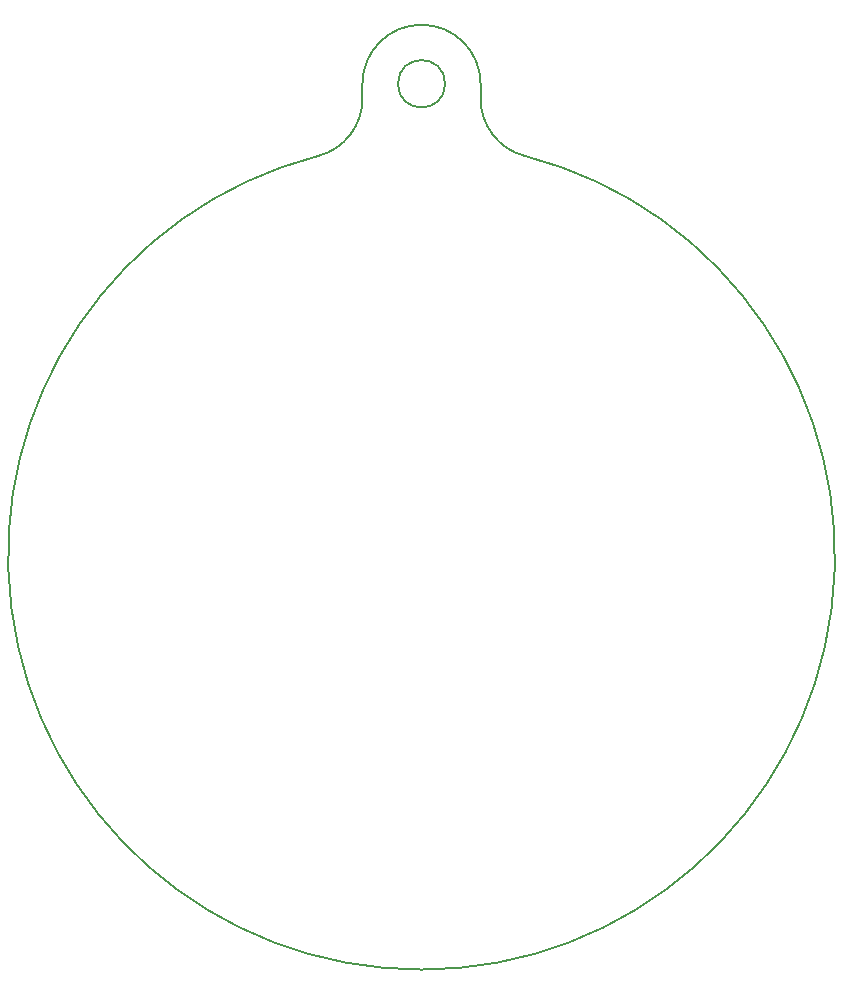
<source format=gbr>
%TF.GenerationSoftware,KiCad,Pcbnew,(5.1.10)-1*%
%TF.CreationDate,2021-12-02T14:29:14+01:00*%
%TF.ProjectId,TVZ_kuglica,54565a5f-6b75-4676-9c69-63612e6b6963,rev?*%
%TF.SameCoordinates,Original*%
%TF.FileFunction,Profile,NP*%
%FSLAX46Y46*%
G04 Gerber Fmt 4.6, Leading zero omitted, Abs format (unit mm)*
G04 Created by KiCad (PCBNEW (5.1.10)-1) date 2021-12-02 14:29:14*
%MOMM*%
%LPD*%
G01*
G04 APERTURE LIST*
%TA.AperFunction,Profile*%
%ADD10C,0.200000*%
%TD*%
G04 APERTURE END LIST*
D10*
X132000000Y-61270167D02*
X132000000Y-60000000D01*
X145750000Y-66111396D02*
G75*
G02*
X142000000Y-61270167I1250000J4841229D01*
G01*
X132000000Y-60000000D02*
G75*
G02*
X142000000Y-60000000I5000000J0D01*
G01*
X145749999Y-66111395D02*
G75*
G02*
X128249999Y-66111396I-8749999J-33888605D01*
G01*
X131999999Y-61270167D02*
G75*
G02*
X128249999Y-66111396I-5000000J0D01*
G01*
X142000000Y-60000000D02*
X142000000Y-61270167D01*
X139000000Y-60000000D02*
G75*
G03*
X139000000Y-60000000I-2000000J0D01*
G01*
M02*

</source>
